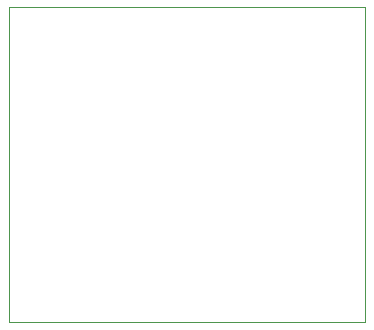
<source format=gbp>
G04 EAGLE Gerber RS-274X export*
G75*
%MOMM*%
%FSLAX34Y34*%
%LPD*%
%INSMD-Paste Unterseite*%
%IPPOS*%
%AMOC8*
5,1,8,0,0,1.08239X$1,22.5*%
G01*
%ADD10C,0.000000*%


D10*
X38100Y127000D02*
X339600Y127000D01*
X339600Y393600D01*
X38100Y393600D01*
X38100Y127000D01*
M02*

</source>
